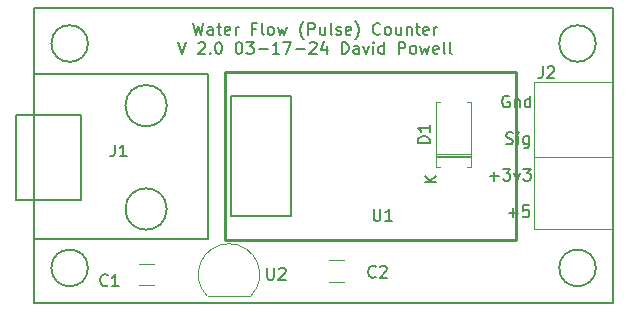
<source format=gbr>
%TF.GenerationSoftware,KiCad,Pcbnew,6.0.11-2627ca5db0~126~ubuntu20.04.1*%
%TF.CreationDate,2024-03-17T04:55:18-05:00*%
%TF.ProjectId,WaterFlowCounter,57617465-7246-46c6-9f77-436f756e7465,rev?*%
%TF.SameCoordinates,Original*%
%TF.FileFunction,Legend,Top*%
%TF.FilePolarity,Positive*%
%FSLAX46Y46*%
G04 Gerber Fmt 4.6, Leading zero omitted, Abs format (unit mm)*
G04 Created by KiCad (PCBNEW 6.0.11-2627ca5db0~126~ubuntu20.04.1) date 2024-03-17 04:55:18*
%MOMM*%
%LPD*%
G01*
G04 APERTURE LIST*
%ADD10C,0.150000*%
%TA.AperFunction,Profile*%
%ADD11C,0.200000*%
%TD*%
%ADD12C,0.120000*%
%ADD13C,0.152400*%
%ADD14C,0.254000*%
%ADD15C,0.200000*%
G04 APERTURE END LIST*
D10*
X163563714Y-114219228D02*
X164325619Y-114219228D01*
X163944666Y-114600180D02*
X163944666Y-113838276D01*
X164706571Y-113600180D02*
X165325619Y-113600180D01*
X164992285Y-113981133D01*
X165135142Y-113981133D01*
X165230380Y-114028752D01*
X165278000Y-114076371D01*
X165325619Y-114171609D01*
X165325619Y-114409704D01*
X165278000Y-114504942D01*
X165230380Y-114552561D01*
X165135142Y-114600180D01*
X164849428Y-114600180D01*
X164754190Y-114552561D01*
X164706571Y-114504942D01*
X165658952Y-113933514D02*
X165897047Y-114600180D01*
X166135142Y-113933514D01*
X166420857Y-113600180D02*
X167039904Y-113600180D01*
X166706571Y-113981133D01*
X166849428Y-113981133D01*
X166944666Y-114028752D01*
X166992285Y-114076371D01*
X167039904Y-114171609D01*
X167039904Y-114409704D01*
X166992285Y-114504942D01*
X166944666Y-114552561D01*
X166849428Y-114600180D01*
X166563714Y-114600180D01*
X166468476Y-114552561D01*
X166420857Y-114504942D01*
X165157457Y-117318028D02*
X165919361Y-117318028D01*
X165538409Y-117698980D02*
X165538409Y-116937076D01*
X166871742Y-116698980D02*
X166395552Y-116698980D01*
X166347933Y-117175171D01*
X166395552Y-117127552D01*
X166490790Y-117079933D01*
X166728885Y-117079933D01*
X166824123Y-117127552D01*
X166871742Y-117175171D01*
X166919361Y-117270409D01*
X166919361Y-117508504D01*
X166871742Y-117603742D01*
X166824123Y-117651361D01*
X166728885Y-117698980D01*
X166490790Y-117698980D01*
X166395552Y-117651361D01*
X166347933Y-117603742D01*
X164962209Y-111479161D02*
X165105066Y-111526780D01*
X165343161Y-111526780D01*
X165438400Y-111479161D01*
X165486019Y-111431542D01*
X165533638Y-111336304D01*
X165533638Y-111241066D01*
X165486019Y-111145828D01*
X165438400Y-111098209D01*
X165343161Y-111050590D01*
X165152685Y-111002971D01*
X165057447Y-110955352D01*
X165009828Y-110907733D01*
X164962209Y-110812495D01*
X164962209Y-110717257D01*
X165009828Y-110622019D01*
X165057447Y-110574400D01*
X165152685Y-110526780D01*
X165390780Y-110526780D01*
X165533638Y-110574400D01*
X165962209Y-111526780D02*
X165962209Y-110860114D01*
X165962209Y-110526780D02*
X165914590Y-110574400D01*
X165962209Y-110622019D01*
X166009828Y-110574400D01*
X165962209Y-110526780D01*
X165962209Y-110622019D01*
X166866971Y-110860114D02*
X166866971Y-111669638D01*
X166819352Y-111764876D01*
X166771733Y-111812495D01*
X166676495Y-111860114D01*
X166533638Y-111860114D01*
X166438400Y-111812495D01*
X166866971Y-111479161D02*
X166771733Y-111526780D01*
X166581257Y-111526780D01*
X166486019Y-111479161D01*
X166438400Y-111431542D01*
X166390780Y-111336304D01*
X166390780Y-111050590D01*
X166438400Y-110955352D01*
X166486019Y-110907733D01*
X166581257Y-110860114D01*
X166771733Y-110860114D01*
X166866971Y-110907733D01*
X165193942Y-107450200D02*
X165098704Y-107402580D01*
X164955847Y-107402580D01*
X164812990Y-107450200D01*
X164717752Y-107545438D01*
X164670133Y-107640676D01*
X164622514Y-107831152D01*
X164622514Y-107974009D01*
X164670133Y-108164485D01*
X164717752Y-108259723D01*
X164812990Y-108354961D01*
X164955847Y-108402580D01*
X165051085Y-108402580D01*
X165193942Y-108354961D01*
X165241561Y-108307342D01*
X165241561Y-107974009D01*
X165051085Y-107974009D01*
X165670133Y-107735914D02*
X165670133Y-108402580D01*
X165670133Y-107831152D02*
X165717752Y-107783533D01*
X165812990Y-107735914D01*
X165955847Y-107735914D01*
X166051085Y-107783533D01*
X166098704Y-107878771D01*
X166098704Y-108402580D01*
X167003466Y-108402580D02*
X167003466Y-107402580D01*
X167003466Y-108354961D02*
X166908228Y-108402580D01*
X166717752Y-108402580D01*
X166622514Y-108354961D01*
X166574895Y-108307342D01*
X166527276Y-108212104D01*
X166527276Y-107926390D01*
X166574895Y-107831152D01*
X166622514Y-107783533D01*
X166717752Y-107735914D01*
X166908228Y-107735914D01*
X167003466Y-107783533D01*
D11*
X172550000Y-103000000D02*
G75*
G03*
X172550000Y-103000000I-1550000J0D01*
G01*
X125000000Y-100000000D02*
X174000000Y-100000000D01*
X174000000Y-100000000D02*
X174000000Y-125000000D01*
X174000000Y-125000000D02*
X125000000Y-125000000D01*
X125000000Y-125000000D02*
X125000000Y-100000000D01*
X129550000Y-122000000D02*
G75*
G03*
X129550000Y-122000000I-1550000J0D01*
G01*
X172550000Y-122000000D02*
G75*
G03*
X172550000Y-122000000I-1550000J0D01*
G01*
X129550000Y-103000000D02*
G75*
G03*
X129550000Y-103000000I-1550000J0D01*
G01*
D10*
X138475076Y-101258580D02*
X138713171Y-102258580D01*
X138903647Y-101544295D01*
X139094123Y-102258580D01*
X139332219Y-101258580D01*
X140141742Y-102258580D02*
X140141742Y-101734771D01*
X140094123Y-101639533D01*
X139998885Y-101591914D01*
X139808409Y-101591914D01*
X139713171Y-101639533D01*
X140141742Y-102210961D02*
X140046504Y-102258580D01*
X139808409Y-102258580D01*
X139713171Y-102210961D01*
X139665552Y-102115723D01*
X139665552Y-102020485D01*
X139713171Y-101925247D01*
X139808409Y-101877628D01*
X140046504Y-101877628D01*
X140141742Y-101830009D01*
X140475076Y-101591914D02*
X140856028Y-101591914D01*
X140617933Y-101258580D02*
X140617933Y-102115723D01*
X140665552Y-102210961D01*
X140760790Y-102258580D01*
X140856028Y-102258580D01*
X141570314Y-102210961D02*
X141475076Y-102258580D01*
X141284600Y-102258580D01*
X141189361Y-102210961D01*
X141141742Y-102115723D01*
X141141742Y-101734771D01*
X141189361Y-101639533D01*
X141284600Y-101591914D01*
X141475076Y-101591914D01*
X141570314Y-101639533D01*
X141617933Y-101734771D01*
X141617933Y-101830009D01*
X141141742Y-101925247D01*
X142046504Y-102258580D02*
X142046504Y-101591914D01*
X142046504Y-101782390D02*
X142094123Y-101687152D01*
X142141742Y-101639533D01*
X142236980Y-101591914D01*
X142332219Y-101591914D01*
X143760790Y-101734771D02*
X143427457Y-101734771D01*
X143427457Y-102258580D02*
X143427457Y-101258580D01*
X143903647Y-101258580D01*
X144427457Y-102258580D02*
X144332219Y-102210961D01*
X144284600Y-102115723D01*
X144284600Y-101258580D01*
X144951266Y-102258580D02*
X144856028Y-102210961D01*
X144808409Y-102163342D01*
X144760790Y-102068104D01*
X144760790Y-101782390D01*
X144808409Y-101687152D01*
X144856028Y-101639533D01*
X144951266Y-101591914D01*
X145094123Y-101591914D01*
X145189361Y-101639533D01*
X145236980Y-101687152D01*
X145284600Y-101782390D01*
X145284600Y-102068104D01*
X145236980Y-102163342D01*
X145189361Y-102210961D01*
X145094123Y-102258580D01*
X144951266Y-102258580D01*
X145617933Y-101591914D02*
X145808409Y-102258580D01*
X145998885Y-101782390D01*
X146189361Y-102258580D01*
X146379838Y-101591914D01*
X147808409Y-102639533D02*
X147760790Y-102591914D01*
X147665552Y-102449057D01*
X147617933Y-102353819D01*
X147570314Y-102210961D01*
X147522695Y-101972866D01*
X147522695Y-101782390D01*
X147570314Y-101544295D01*
X147617933Y-101401438D01*
X147665552Y-101306200D01*
X147760790Y-101163342D01*
X147808409Y-101115723D01*
X148189361Y-102258580D02*
X148189361Y-101258580D01*
X148570314Y-101258580D01*
X148665552Y-101306200D01*
X148713171Y-101353819D01*
X148760790Y-101449057D01*
X148760790Y-101591914D01*
X148713171Y-101687152D01*
X148665552Y-101734771D01*
X148570314Y-101782390D01*
X148189361Y-101782390D01*
X149617933Y-101591914D02*
X149617933Y-102258580D01*
X149189361Y-101591914D02*
X149189361Y-102115723D01*
X149236980Y-102210961D01*
X149332219Y-102258580D01*
X149475076Y-102258580D01*
X149570314Y-102210961D01*
X149617933Y-102163342D01*
X150236980Y-102258580D02*
X150141742Y-102210961D01*
X150094123Y-102115723D01*
X150094123Y-101258580D01*
X150570314Y-102210961D02*
X150665552Y-102258580D01*
X150856028Y-102258580D01*
X150951266Y-102210961D01*
X150998885Y-102115723D01*
X150998885Y-102068104D01*
X150951266Y-101972866D01*
X150856028Y-101925247D01*
X150713171Y-101925247D01*
X150617933Y-101877628D01*
X150570314Y-101782390D01*
X150570314Y-101734771D01*
X150617933Y-101639533D01*
X150713171Y-101591914D01*
X150856028Y-101591914D01*
X150951266Y-101639533D01*
X151808409Y-102210961D02*
X151713171Y-102258580D01*
X151522695Y-102258580D01*
X151427457Y-102210961D01*
X151379838Y-102115723D01*
X151379838Y-101734771D01*
X151427457Y-101639533D01*
X151522695Y-101591914D01*
X151713171Y-101591914D01*
X151808409Y-101639533D01*
X151856028Y-101734771D01*
X151856028Y-101830009D01*
X151379838Y-101925247D01*
X152189361Y-102639533D02*
X152236980Y-102591914D01*
X152332219Y-102449057D01*
X152379838Y-102353819D01*
X152427457Y-102210961D01*
X152475076Y-101972866D01*
X152475076Y-101782390D01*
X152427457Y-101544295D01*
X152379838Y-101401438D01*
X152332219Y-101306200D01*
X152236980Y-101163342D01*
X152189361Y-101115723D01*
X154284600Y-102163342D02*
X154236980Y-102210961D01*
X154094123Y-102258580D01*
X153998885Y-102258580D01*
X153856028Y-102210961D01*
X153760790Y-102115723D01*
X153713171Y-102020485D01*
X153665552Y-101830009D01*
X153665552Y-101687152D01*
X153713171Y-101496676D01*
X153760790Y-101401438D01*
X153856028Y-101306200D01*
X153998885Y-101258580D01*
X154094123Y-101258580D01*
X154236980Y-101306200D01*
X154284600Y-101353819D01*
X154856028Y-102258580D02*
X154760790Y-102210961D01*
X154713171Y-102163342D01*
X154665552Y-102068104D01*
X154665552Y-101782390D01*
X154713171Y-101687152D01*
X154760790Y-101639533D01*
X154856028Y-101591914D01*
X154998885Y-101591914D01*
X155094123Y-101639533D01*
X155141742Y-101687152D01*
X155189361Y-101782390D01*
X155189361Y-102068104D01*
X155141742Y-102163342D01*
X155094123Y-102210961D01*
X154998885Y-102258580D01*
X154856028Y-102258580D01*
X156046504Y-101591914D02*
X156046504Y-102258580D01*
X155617933Y-101591914D02*
X155617933Y-102115723D01*
X155665552Y-102210961D01*
X155760790Y-102258580D01*
X155903647Y-102258580D01*
X155998885Y-102210961D01*
X156046504Y-102163342D01*
X156522695Y-101591914D02*
X156522695Y-102258580D01*
X156522695Y-101687152D02*
X156570314Y-101639533D01*
X156665552Y-101591914D01*
X156808409Y-101591914D01*
X156903647Y-101639533D01*
X156951266Y-101734771D01*
X156951266Y-102258580D01*
X157284600Y-101591914D02*
X157665552Y-101591914D01*
X157427457Y-101258580D02*
X157427457Y-102115723D01*
X157475076Y-102210961D01*
X157570314Y-102258580D01*
X157665552Y-102258580D01*
X158379838Y-102210961D02*
X158284600Y-102258580D01*
X158094123Y-102258580D01*
X157998885Y-102210961D01*
X157951266Y-102115723D01*
X157951266Y-101734771D01*
X157998885Y-101639533D01*
X158094123Y-101591914D01*
X158284600Y-101591914D01*
X158379838Y-101639533D01*
X158427457Y-101734771D01*
X158427457Y-101830009D01*
X157951266Y-101925247D01*
X158856028Y-102258580D02*
X158856028Y-101591914D01*
X158856028Y-101782390D02*
X158903647Y-101687152D01*
X158951266Y-101639533D01*
X159046504Y-101591914D01*
X159141742Y-101591914D01*
X137189361Y-102868580D02*
X137522695Y-103868580D01*
X137856028Y-102868580D01*
X138903647Y-102963819D02*
X138951266Y-102916200D01*
X139046504Y-102868580D01*
X139284600Y-102868580D01*
X139379838Y-102916200D01*
X139427457Y-102963819D01*
X139475076Y-103059057D01*
X139475076Y-103154295D01*
X139427457Y-103297152D01*
X138856028Y-103868580D01*
X139475076Y-103868580D01*
X139903647Y-103773342D02*
X139951266Y-103820961D01*
X139903647Y-103868580D01*
X139856028Y-103820961D01*
X139903647Y-103773342D01*
X139903647Y-103868580D01*
X140570314Y-102868580D02*
X140665552Y-102868580D01*
X140760790Y-102916200D01*
X140808409Y-102963819D01*
X140856028Y-103059057D01*
X140903647Y-103249533D01*
X140903647Y-103487628D01*
X140856028Y-103678104D01*
X140808409Y-103773342D01*
X140760790Y-103820961D01*
X140665552Y-103868580D01*
X140570314Y-103868580D01*
X140475076Y-103820961D01*
X140427457Y-103773342D01*
X140379838Y-103678104D01*
X140332219Y-103487628D01*
X140332219Y-103249533D01*
X140379838Y-103059057D01*
X140427457Y-102963819D01*
X140475076Y-102916200D01*
X140570314Y-102868580D01*
X142284600Y-102868580D02*
X142379838Y-102868580D01*
X142475076Y-102916200D01*
X142522695Y-102963819D01*
X142570314Y-103059057D01*
X142617933Y-103249533D01*
X142617933Y-103487628D01*
X142570314Y-103678104D01*
X142522695Y-103773342D01*
X142475076Y-103820961D01*
X142379838Y-103868580D01*
X142284600Y-103868580D01*
X142189361Y-103820961D01*
X142141742Y-103773342D01*
X142094123Y-103678104D01*
X142046504Y-103487628D01*
X142046504Y-103249533D01*
X142094123Y-103059057D01*
X142141742Y-102963819D01*
X142189361Y-102916200D01*
X142284600Y-102868580D01*
X142951266Y-102868580D02*
X143570314Y-102868580D01*
X143236980Y-103249533D01*
X143379838Y-103249533D01*
X143475076Y-103297152D01*
X143522695Y-103344771D01*
X143570314Y-103440009D01*
X143570314Y-103678104D01*
X143522695Y-103773342D01*
X143475076Y-103820961D01*
X143379838Y-103868580D01*
X143094123Y-103868580D01*
X142998885Y-103820961D01*
X142951266Y-103773342D01*
X143998885Y-103487628D02*
X144760790Y-103487628D01*
X145760790Y-103868580D02*
X145189361Y-103868580D01*
X145475076Y-103868580D02*
X145475076Y-102868580D01*
X145379838Y-103011438D01*
X145284600Y-103106676D01*
X145189361Y-103154295D01*
X146094123Y-102868580D02*
X146760790Y-102868580D01*
X146332219Y-103868580D01*
X147141742Y-103487628D02*
X147903647Y-103487628D01*
X148332219Y-102963819D02*
X148379838Y-102916200D01*
X148475076Y-102868580D01*
X148713171Y-102868580D01*
X148808409Y-102916200D01*
X148856028Y-102963819D01*
X148903647Y-103059057D01*
X148903647Y-103154295D01*
X148856028Y-103297152D01*
X148284600Y-103868580D01*
X148903647Y-103868580D01*
X149760790Y-103201914D02*
X149760790Y-103868580D01*
X149522695Y-102820961D02*
X149284600Y-103535247D01*
X149903647Y-103535247D01*
X151046504Y-103868580D02*
X151046504Y-102868580D01*
X151284600Y-102868580D01*
X151427457Y-102916200D01*
X151522695Y-103011438D01*
X151570314Y-103106676D01*
X151617933Y-103297152D01*
X151617933Y-103440009D01*
X151570314Y-103630485D01*
X151522695Y-103725723D01*
X151427457Y-103820961D01*
X151284600Y-103868580D01*
X151046504Y-103868580D01*
X152475076Y-103868580D02*
X152475076Y-103344771D01*
X152427457Y-103249533D01*
X152332219Y-103201914D01*
X152141742Y-103201914D01*
X152046504Y-103249533D01*
X152475076Y-103820961D02*
X152379838Y-103868580D01*
X152141742Y-103868580D01*
X152046504Y-103820961D01*
X151998885Y-103725723D01*
X151998885Y-103630485D01*
X152046504Y-103535247D01*
X152141742Y-103487628D01*
X152379838Y-103487628D01*
X152475076Y-103440009D01*
X152856028Y-103201914D02*
X153094123Y-103868580D01*
X153332219Y-103201914D01*
X153713171Y-103868580D02*
X153713171Y-103201914D01*
X153713171Y-102868580D02*
X153665552Y-102916200D01*
X153713171Y-102963819D01*
X153760790Y-102916200D01*
X153713171Y-102868580D01*
X153713171Y-102963819D01*
X154617933Y-103868580D02*
X154617933Y-102868580D01*
X154617933Y-103820961D02*
X154522695Y-103868580D01*
X154332219Y-103868580D01*
X154236980Y-103820961D01*
X154189361Y-103773342D01*
X154141742Y-103678104D01*
X154141742Y-103392390D01*
X154189361Y-103297152D01*
X154236980Y-103249533D01*
X154332219Y-103201914D01*
X154522695Y-103201914D01*
X154617933Y-103249533D01*
X155856028Y-103868580D02*
X155856028Y-102868580D01*
X156236980Y-102868580D01*
X156332219Y-102916200D01*
X156379838Y-102963819D01*
X156427457Y-103059057D01*
X156427457Y-103201914D01*
X156379838Y-103297152D01*
X156332219Y-103344771D01*
X156236980Y-103392390D01*
X155856028Y-103392390D01*
X156998885Y-103868580D02*
X156903647Y-103820961D01*
X156856028Y-103773342D01*
X156808409Y-103678104D01*
X156808409Y-103392390D01*
X156856028Y-103297152D01*
X156903647Y-103249533D01*
X156998885Y-103201914D01*
X157141742Y-103201914D01*
X157236980Y-103249533D01*
X157284600Y-103297152D01*
X157332219Y-103392390D01*
X157332219Y-103678104D01*
X157284600Y-103773342D01*
X157236980Y-103820961D01*
X157141742Y-103868580D01*
X156998885Y-103868580D01*
X157665552Y-103201914D02*
X157856028Y-103868580D01*
X158046504Y-103392390D01*
X158236980Y-103868580D01*
X158427457Y-103201914D01*
X159189361Y-103820961D02*
X159094123Y-103868580D01*
X158903647Y-103868580D01*
X158808409Y-103820961D01*
X158760790Y-103725723D01*
X158760790Y-103344771D01*
X158808409Y-103249533D01*
X158903647Y-103201914D01*
X159094123Y-103201914D01*
X159189361Y-103249533D01*
X159236980Y-103344771D01*
X159236980Y-103440009D01*
X158760790Y-103535247D01*
X159808409Y-103868580D02*
X159713171Y-103820961D01*
X159665552Y-103725723D01*
X159665552Y-102868580D01*
X160332219Y-103868580D02*
X160236980Y-103820961D01*
X160189361Y-103725723D01*
X160189361Y-102868580D01*
%TO.C,D1*%
X158485180Y-111431495D02*
X157485180Y-111431495D01*
X157485180Y-111193400D01*
X157532800Y-111050542D01*
X157628038Y-110955304D01*
X157723276Y-110907685D01*
X157913752Y-110860066D01*
X158056609Y-110860066D01*
X158247085Y-110907685D01*
X158342323Y-110955304D01*
X158437561Y-111050542D01*
X158485180Y-111193400D01*
X158485180Y-111431495D01*
X158485180Y-109907685D02*
X158485180Y-110479114D01*
X158485180Y-110193400D02*
X157485180Y-110193400D01*
X157628038Y-110288638D01*
X157723276Y-110383876D01*
X157770895Y-110479114D01*
X159055180Y-114765304D02*
X158055180Y-114765304D01*
X159055180Y-114193876D02*
X158483752Y-114622447D01*
X158055180Y-114193876D02*
X158626609Y-114765304D01*
%TO.C,J2*%
X168043466Y-104938780D02*
X168043466Y-105653066D01*
X167995847Y-105795923D01*
X167900609Y-105891161D01*
X167757752Y-105938780D01*
X167662514Y-105938780D01*
X168472038Y-105034019D02*
X168519657Y-104986400D01*
X168614895Y-104938780D01*
X168852990Y-104938780D01*
X168948228Y-104986400D01*
X168995847Y-105034019D01*
X169043466Y-105129257D01*
X169043466Y-105224495D01*
X168995847Y-105367352D01*
X168424419Y-105938780D01*
X169043466Y-105938780D01*
%TO.C,C2*%
X153909933Y-122734542D02*
X153862314Y-122782161D01*
X153719457Y-122829780D01*
X153624219Y-122829780D01*
X153481361Y-122782161D01*
X153386123Y-122686923D01*
X153338504Y-122591685D01*
X153290885Y-122401209D01*
X153290885Y-122258352D01*
X153338504Y-122067876D01*
X153386123Y-121972638D01*
X153481361Y-121877400D01*
X153624219Y-121829780D01*
X153719457Y-121829780D01*
X153862314Y-121877400D01*
X153909933Y-121925019D01*
X154290885Y-121925019D02*
X154338504Y-121877400D01*
X154433742Y-121829780D01*
X154671838Y-121829780D01*
X154767076Y-121877400D01*
X154814695Y-121925019D01*
X154862314Y-122020257D01*
X154862314Y-122115495D01*
X154814695Y-122258352D01*
X154243266Y-122829780D01*
X154862314Y-122829780D01*
%TO.C,U1*%
X153730495Y-116999980D02*
X153730495Y-117809504D01*
X153778114Y-117904742D01*
X153825733Y-117952361D01*
X153920971Y-117999980D01*
X154111447Y-117999980D01*
X154206685Y-117952361D01*
X154254304Y-117904742D01*
X154301923Y-117809504D01*
X154301923Y-116999980D01*
X155301923Y-117999980D02*
X154730495Y-117999980D01*
X155016209Y-117999980D02*
X155016209Y-116999980D01*
X154920971Y-117142838D01*
X154825733Y-117238076D01*
X154730495Y-117285695D01*
%TO.C,U2*%
X144730495Y-121999980D02*
X144730495Y-122809504D01*
X144778114Y-122904742D01*
X144825733Y-122952361D01*
X144920971Y-122999980D01*
X145111447Y-122999980D01*
X145206685Y-122952361D01*
X145254304Y-122904742D01*
X145301923Y-122809504D01*
X145301923Y-121999980D01*
X145730495Y-122095219D02*
X145778114Y-122047600D01*
X145873352Y-121999980D01*
X146111447Y-121999980D01*
X146206685Y-122047600D01*
X146254304Y-122095219D01*
X146301923Y-122190457D01*
X146301923Y-122285695D01*
X146254304Y-122428552D01*
X145682876Y-122999980D01*
X146301923Y-122999980D01*
%TO.C,C1*%
X131211133Y-123439942D02*
X131163514Y-123487561D01*
X131020657Y-123535180D01*
X130925419Y-123535180D01*
X130782561Y-123487561D01*
X130687323Y-123392323D01*
X130639704Y-123297085D01*
X130592085Y-123106609D01*
X130592085Y-122963752D01*
X130639704Y-122773276D01*
X130687323Y-122678038D01*
X130782561Y-122582800D01*
X130925419Y-122535180D01*
X131020657Y-122535180D01*
X131163514Y-122582800D01*
X131211133Y-122630419D01*
X132163514Y-123535180D02*
X131592085Y-123535180D01*
X131877800Y-123535180D02*
X131877800Y-122535180D01*
X131782561Y-122678038D01*
X131687323Y-122773276D01*
X131592085Y-122820895D01*
%TO.C,J1*%
X131839266Y-111553980D02*
X131839266Y-112268266D01*
X131791647Y-112411123D01*
X131696409Y-112506361D01*
X131553552Y-112553980D01*
X131458314Y-112553980D01*
X132839266Y-112553980D02*
X132267838Y-112553980D01*
X132553552Y-112553980D02*
X132553552Y-111553980D01*
X132458314Y-111696838D01*
X132363076Y-111792076D01*
X132267838Y-111839695D01*
D12*
%TO.C,D1*%
X159032800Y-112513400D02*
X161972800Y-112513400D01*
X159032800Y-113413400D02*
X159032800Y-107973400D01*
X159032800Y-112633400D02*
X161972800Y-112633400D01*
X159362800Y-113413400D02*
X159032800Y-113413400D01*
X161972800Y-113413400D02*
X161972800Y-107973400D01*
X159032800Y-112393400D02*
X161972800Y-112393400D01*
X161642800Y-113413400D02*
X161972800Y-113413400D01*
X161972800Y-107973400D02*
X161642800Y-107973400D01*
X159032800Y-107973400D02*
X159362800Y-107973400D01*
%TO.C,J2*%
X173937400Y-112628300D02*
X167337400Y-112628300D01*
X167337400Y-112628300D02*
X167337400Y-118728300D01*
X167337400Y-118728300D02*
X173937400Y-118728300D01*
X173937400Y-118728300D02*
X173937400Y-112628300D01*
X173937400Y-106265300D02*
X167337400Y-106265300D01*
X167337400Y-106265300D02*
X167337400Y-112625300D01*
X167337400Y-112625300D02*
X173937400Y-112625300D01*
X173937400Y-112625300D02*
X173937400Y-106265300D01*
%TO.C,C2*%
X149967800Y-123195800D02*
X151225800Y-123195800D01*
X149967800Y-121355800D02*
X151225800Y-121355800D01*
D13*
%TO.C,U1*%
X144221400Y-107467600D02*
X141681400Y-107467600D01*
D14*
X165811400Y-105435600D02*
X165811400Y-119659600D01*
D13*
X146761400Y-107467600D02*
X144221400Y-107467600D01*
D14*
X165811400Y-119659600D02*
X141173400Y-119659600D01*
X141173400Y-105435600D02*
X165811400Y-105435600D01*
D13*
X141681400Y-117627600D02*
X146761400Y-117627600D01*
X141681400Y-107467600D02*
X141681400Y-110007600D01*
D14*
X141173400Y-119659600D02*
X141173400Y-105435600D01*
D13*
X141681400Y-110007600D02*
X141681400Y-117627600D01*
X146761400Y-117627600D02*
X146761400Y-107467600D01*
D12*
%TO.C,U2*%
X139692400Y-124397600D02*
X143292400Y-124397600D01*
X143330878Y-124386078D02*
G75*
G03*
X141492400Y-119947600I-1838478J1838478D01*
G01*
X141492400Y-119947599D02*
G75*
G03*
X139653922Y-124386078I0J-2600001D01*
G01*
%TO.C,C1*%
X135167600Y-121635200D02*
X133909600Y-121635200D01*
X135167600Y-123475200D02*
X133909600Y-123475200D01*
D15*
%TO.C,J1*%
X123472600Y-109011600D02*
X128972600Y-109011600D01*
X128972600Y-109011600D02*
X128972600Y-116261600D01*
X128972600Y-116261600D02*
X123472600Y-116261600D01*
X123472600Y-116261600D02*
X123472600Y-109011600D01*
X124990600Y-105541600D02*
X139690600Y-105541600D01*
X139690600Y-105541600D02*
X139690600Y-119541600D01*
X139690600Y-119541600D02*
X124990600Y-119541600D01*
X124990600Y-119541600D02*
X124990600Y-105541600D01*
D11*
X136222600Y-108261600D02*
G75*
G03*
X136222600Y-108261600I-1750000J0D01*
G01*
X136222600Y-117011600D02*
G75*
G03*
X136222600Y-117011600I-1750000J0D01*
G01*
%TD*%
M02*

</source>
